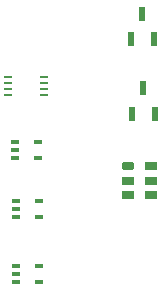
<source format=gbr>
%TF.GenerationSoftware,KiCad,Pcbnew,8.0.2-8.0.2-0~ubuntu22.04.1*%
%TF.CreationDate,2024-05-29T00:58:32-04:00*%
%TF.ProjectId,candel24h_v1,63616e64-656c-4323-9468-5f76312e6b69,rev?*%
%TF.SameCoordinates,Original*%
%TF.FileFunction,Paste,Top*%
%TF.FilePolarity,Positive*%
%FSLAX46Y46*%
G04 Gerber Fmt 4.6, Leading zero omitted, Abs format (unit mm)*
G04 Created by KiCad (PCBNEW 8.0.2-8.0.2-0~ubuntu22.04.1) date 2024-05-29 00:58:32*
%MOMM*%
%LPD*%
G01*
G04 APERTURE LIST*
G04 Aperture macros list*
%AMRoundRect*
0 Rectangle with rounded corners*
0 $1 Rounding radius*
0 $2 $3 $4 $5 $6 $7 $8 $9 X,Y pos of 4 corners*
0 Add a 4 corners polygon primitive as box body*
4,1,4,$2,$3,$4,$5,$6,$7,$8,$9,$2,$3,0*
0 Add four circle primitives for the rounded corners*
1,1,$1+$1,$2,$3*
1,1,$1+$1,$4,$5*
1,1,$1+$1,$6,$7*
1,1,$1+$1,$8,$9*
0 Add four rect primitives between the rounded corners*
20,1,$1+$1,$2,$3,$4,$5,0*
20,1,$1+$1,$4,$5,$6,$7,0*
20,1,$1+$1,$6,$7,$8,$9,0*
20,1,$1+$1,$8,$9,$2,$3,0*%
G04 Aperture macros list end*
%ADD10RoundRect,0.114829X-0.410171X-0.235171X0.410171X-0.235171X0.410171X0.235171X-0.410171X0.235171X0*%
%ADD11R,1.050000X0.700000*%
%ADD12R,0.755599X0.199200*%
%ADD13RoundRect,0.100000X-0.225000X-0.100000X0.225000X-0.100000X0.225000X0.100000X-0.225000X0.100000X0*%
%ADD14R,0.558800X1.219200*%
G04 APERTURE END LIST*
D10*
%TO.C,CLK*%
X142600000Y-68000000D03*
D11*
X142600000Y-69250000D03*
X142600000Y-70500000D03*
X144500000Y-70500000D03*
X144500000Y-69250000D03*
X144500000Y-68000000D03*
%TD*%
D12*
%TO.C,flipflop*%
X132444400Y-60499998D03*
X132444400Y-60999999D03*
X132444400Y-61499999D03*
X132444400Y-62000000D03*
X135500000Y-62000000D03*
X135500000Y-61499999D03*
X135500000Y-60999999D03*
X135500000Y-60499998D03*
%TD*%
D13*
%TO.C,div1*%
X133100000Y-76500000D03*
X133100000Y-77150000D03*
X133100000Y-77800000D03*
X135000000Y-77800000D03*
X135000000Y-76500000D03*
%TD*%
%TO.C,div3*%
X133050000Y-66000000D03*
X133050000Y-66650000D03*
X133050000Y-67300000D03*
X134950000Y-67300000D03*
X134950000Y-66000000D03*
%TD*%
%TO.C,div2*%
X133100000Y-71000000D03*
X133100000Y-71650000D03*
X133100000Y-72300000D03*
X135000000Y-72300000D03*
X135000000Y-71000000D03*
%TD*%
D14*
%TO.C,TR2*%
X142931101Y-63566800D03*
X144836101Y-63566800D03*
X143883601Y-61433200D03*
%TD*%
%TO.C,TR1*%
X142845000Y-57250000D03*
X144750000Y-57250000D03*
X143797500Y-55116400D03*
%TD*%
M02*

</source>
